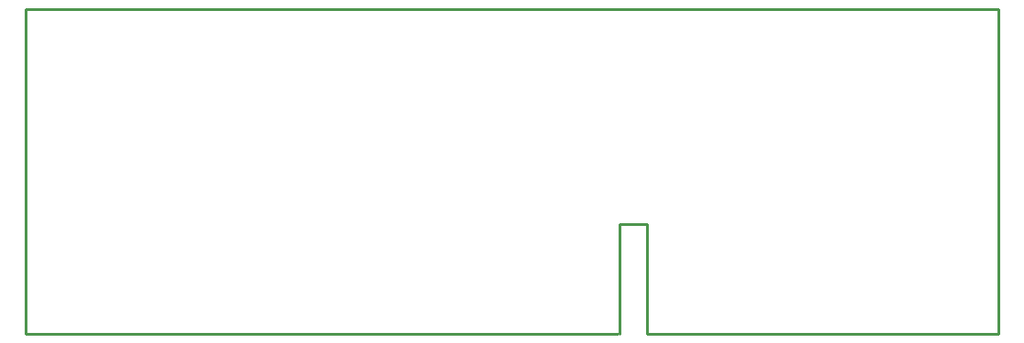
<source format=gko>
G04*
G04 #@! TF.GenerationSoftware,Altium Limited,Altium Designer,18.1.9 (240)*
G04*
G04 Layer_Color=16711935*
%FSLAX25Y25*%
%MOIN*%
G70*
G01*
G75*
%ADD16C,0.01000*%
D16*
X0Y0D02*
X215748D01*
X0D02*
Y118110D01*
X354331D01*
Y33465D02*
Y118110D01*
X216142Y0D02*
Y39764D01*
X226378D01*
Y-0D02*
Y39764D01*
X354331Y0D02*
Y33465D01*
X226378Y0D02*
X354331Y0D01*
M02*

</source>
